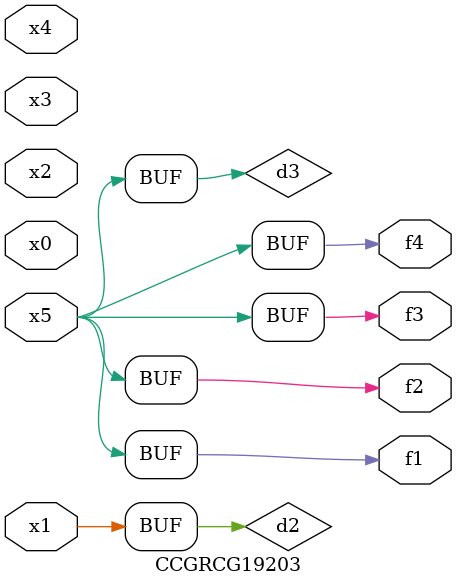
<source format=v>
module CCGRCG19203(
	input x0, x1, x2, x3, x4, x5,
	output f1, f2, f3, f4
);

	wire d1, d2, d3;

	not (d1, x5);
	or (d2, x1);
	xnor (d3, d1);
	assign f1 = d3;
	assign f2 = d3;
	assign f3 = d3;
	assign f4 = d3;
endmodule

</source>
